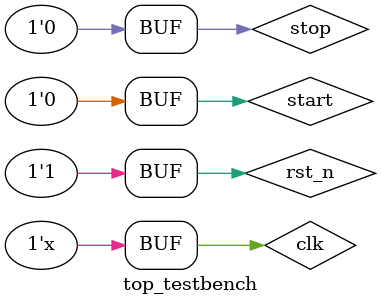
<source format=v>
module top_testbench();

reg               start;
reg               stop;

reg               clk;
reg               rst_n;
reg signed [9:0]  din_re;
reg signed [9:0]  din_im;
reg               din_valid;

wire signed [16:0] dout_re;
wire signed [16:0] dout_im;
wire               dout_valid;

always
begin
	#5 clk = ~clk;
end

always @(posedge clk)
begin
    if (!rst_n)
    begin
        din_re <= 0;
        din_im <= 0;
        din_valid <= 0;
    end
    else if(start)
    begin
        din_re <= 100;
        din_im <= -100;
        din_valid <= 1;
    end
    else if(!stop)
    begin
        if (din_re == 163)
        begin
            din_re <= 100;
            din_im <= -100;
            din_valid <= 1;
        end
        else
        begin
            din_re <= din_re + 1;
            din_im <= din_im - 1;
            din_valid <= 1;
        end
    end
    else
    begin
        din_re <= din_re;
        din_im <= din_im;
        din_valid <= 0;
    end
end
        

initial
begin
	clk = 1;
	rst_n = 1;
	din_re = 0;
	din_im = 0;
	din_valid = 0;
	
	start = 0;
	stop = 1;

	#20 rst_n = 0;
	#20 rst_n = 1;

	#20 start <= 1;
	    stop <= 0;
	#10 start <= 0;
	
	#500 stop <= 1;
	#50 stop <= 0;
	
	#500 stop <= 1;
	#10 stop <= 0;
	#10 stop <= 1;
	#10 stop <= 0;
end

dif_radix2_64p_fft
#() fft (
	.clk(clk),
	.rst_n(rst_n),
	.din_re(din_re),
	.din_im(din_im),
	.din_valid(din_valid),
	.dout_re(dout_re),
	.dout_im(dout_im),
	.dout_valid(dout_valid)
);

endmodule
</source>
